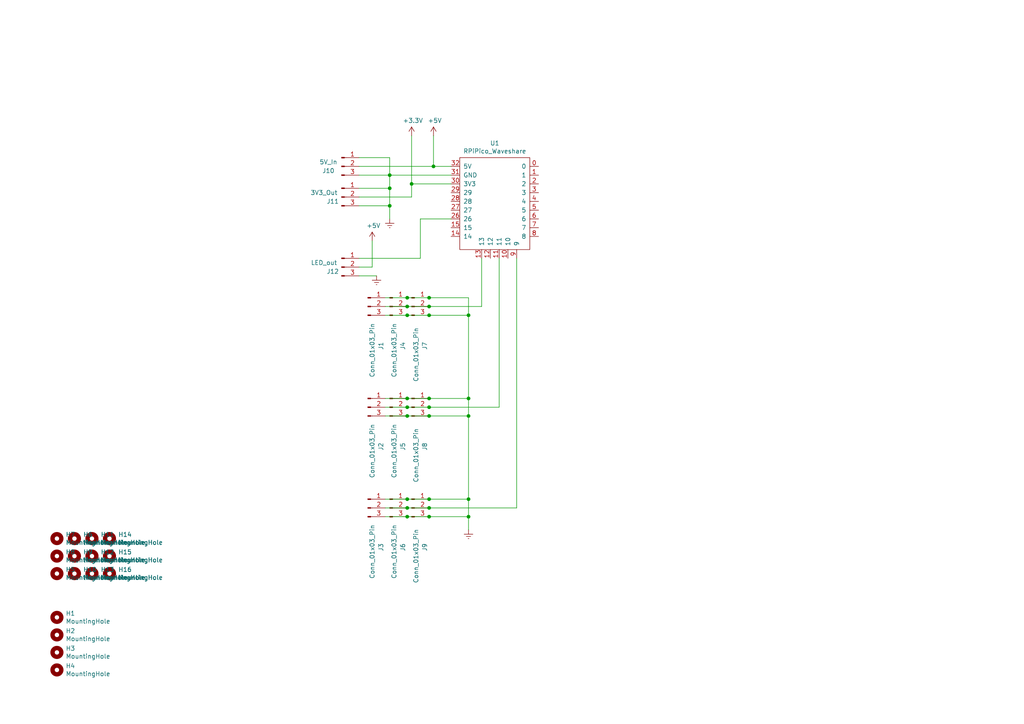
<source format=kicad_sch>
(kicad_sch (version 20230121) (generator eeschema)
  (paper "A4")
  (lib_symbols
    (symbol "Connector:Conn_01x03_Pin" (pin_names (offset 1.016) hide)
      (property "Reference" "J" (at 0 5.08 0))
      (property "Value" "Conn_01x03_Pin" (at 0 -5.08 0))
      (symbol "Conn_01x03_Pin_1_1"
        (polyline (pts (xy 1.27 -2.54) (xy 0.8636 -2.54)) (stroke (width 0.1524)))
        (polyline (pts (xy 1.27 0) (xy 0.8636 0)) (stroke (width 0.1524)))
        (polyline (pts (xy 1.27 2.54) (xy 0.8636 2.54)) (stroke (width 0.1524)))
        (rectangle (start 0.8636 -2.413) (end 0 -2.667) (stroke (width 0.1524)) (fill (type outline)))
        (rectangle (start 0.8636 0.127) (end 0 -0.127) (stroke (width 0.1524)) (fill (type outline)))
        (rectangle (start 0.8636 2.667) (end 0 2.413) (stroke (width 0.1524)) (fill (type outline)))
        (pin passive line (at 5.08 2.54 180) (length 3.81) (name "Pin_1") (number "1"))
        (pin passive line (at 5.08 0 180) (length 3.81) (name "Pin_2") (number "2"))
        (pin passive line (at 5.08 -2.54 180) (length 3.81) (name "Pin_3") (number "3"))
      )
    )
    (symbol "Mechanical:MountingHole" (pin_names (offset 1.016))
      (property "Reference" "H" (at 0 5.08 0))
      (property "Value" "MountingHole" (at 0 3.175 0))
      (symbol "MountingHole_0_1"
        (circle (center 0 0) (radius 1.27) (stroke (width 1.27)))
      )
    )
    (symbol "arduino:RPiPico_Waveshare" (pin_names (offset 1.016))
      (property "Reference" "U" (at 8.89 -17.78 0))
      (property "Value" "RPiPico_Waveshare" (at -1.27 13.97 0))
      (symbol "RPiPico_Waveshare_0_1"
        (rectangle (start -11.43 11.43) (end 8.89 -15.24))
      )
      (symbol "RPiPico_Waveshare_1_1"
        (pin input line (at 11.43 8.89 180) (length 2.54) (name "0") (number "0"))
        (pin input line (at 11.43 6.35 180) (length 2.54) (name "1") (number "1"))
        (pin input line (at 2.54 -17.78 90) (length 2.54) (name "10") (number "10"))
        (pin input line (at 0 -17.78 90) (length 2.54) (name "11") (number "11"))
        (pin input line (at -2.54 -17.78 90) (length 2.54) (name "12") (number "12"))
        (pin input line (at -5.08 -17.78 90) (length 2.54) (name "13") (number "13"))
        (pin input line (at -13.97 -11.43 0) (length 2.54) (name "14") (number "14"))
        (pin input line (at -13.97 -8.89 0) (length 2.54) (name "15") (number "15"))
        (pin input line (at 11.43 3.81 180) (length 2.54) (name "2") (number "2"))
        (pin input line (at -13.97 -6.35 0) (length 2.54) (name "26") (number "26"))
        (pin input line (at -13.97 -3.81 0) (length 2.54) (name "27") (number "27"))
        (pin input line (at -13.97 -1.27 0) (length 2.54) (name "28") (number "28"))
        (pin input line (at -13.97 1.27 0) (length 2.54) (name "29") (number "29"))
        (pin input line (at 11.43 1.27 180) (length 2.54) (name "3") (number "3"))
        (pin power_out line (at -13.97 3.81 0) (length 2.54) (name "3V3") (number "30"))
        (pin power_in line (at -13.97 6.35 0) (length 2.54) (name "GND") (number "31"))
        (pin power_in line (at -13.97 8.89 0) (length 2.54) (name "5V") (number "32"))
        (pin input line (at 11.43 -1.27 180) (length 2.54) (name "4") (number "4"))
        (pin input line (at 11.43 -3.81 180) (length 2.54) (name "5") (number "5"))
        (pin input line (at 11.43 -6.35 180) (length 2.54) (name "6") (number "6"))
        (pin input line (at 11.43 -8.89 180) (length 2.54) (name "7") (number "7"))
        (pin input line (at 11.43 -11.43 180) (length 2.54) (name "8") (number "8"))
        (pin input line (at 5.08 -17.78 90) (length 2.54) (name "9") (number "9"))
      )
    )
    (symbol "power:+3.3V" (power) (pin_names (offset 0))
      (property "Value" "+3.3V" (at 0 3.556 0))
      (symbol "+3.3V_0_1"
        (polyline (pts (xy -0.762 1.27) (xy 0 2.54)))
        (polyline (pts (xy 0 0) (xy 0 2.54)))
        (polyline (pts (xy 0 2.54) (xy 0.762 1.27)))
      )
      (symbol "+3.3V_1_1"
        (pin power_in line (at 0 0 90) (length 0) hide (name "+3.3V") (number "1"))
      )
    )
    (symbol "power:+5V" (power) (pin_names (offset 0))
      (property "Value" "+5V" (at 0 3.556 0))
      (symbol "+5V_0_1"
        (polyline (pts (xy -0.762 1.27) (xy 0 2.54)))
        (polyline (pts (xy 0 0) (xy 0 2.54)))
        (polyline (pts (xy 0 2.54) (xy 0.762 1.27)))
      )
      (symbol "+5V_1_1"
        (pin power_in line (at 0 0 90) (length 0) hide (name "+5V") (number "1"))
      )
    )
    (symbol "power:Earth" (power) (pin_names (offset 0))
      (symbol "Earth_0_1"
        (polyline (pts (xy -0.635 -1.905) (xy 0.635 -1.905)))
        (polyline (pts (xy -0.127 -2.54) (xy 0.127 -2.54)))
        (polyline (pts (xy 0 -1.27) (xy 0 0)))
        (polyline (pts (xy 1.27 -1.27) (xy -1.27 -1.27)))
      )
      (symbol "Earth_1_1"
        (pin power_in line (at 0 0 270) (length 0) hide (name "Earth") (number "1"))
      )
    )
  )
  (junction (at 124.46 86.36))
  (junction (at 118.11 147.32))
  (junction (at 119.38 53.34))
  (junction (at 113.03 59.69))
  (junction (at 135.89 120.65))
  (junction (at 124.46 144.78))
  (junction (at 118.11 86.36))
  (junction (at 135.89 115.57))
  (junction (at 118.11 118.11))
  (junction (at 124.46 88.9))
  (junction (at 135.89 144.78))
  (junction (at 125.73 48.26))
  (junction (at 135.89 91.44))
  (junction (at 124.46 149.86))
  (junction (at 124.46 120.65))
  (junction (at 118.11 149.86))
  (junction (at 118.11 88.9))
  (junction (at 124.46 115.57))
  (junction (at 118.11 115.57))
  (junction (at 124.46 118.11))
  (junction (at 113.03 50.8))
  (junction (at 118.11 91.44))
  (junction (at 118.11 120.65))
  (junction (at 124.46 147.32))
  (junction (at 113.03 54.61))
  (junction (at 124.46 91.44))
  (junction (at 118.11 144.78))
  (junction (at 135.89 149.86))
  (wire (pts (xy 135.89 86.36) (xy 135.89 91.44)))
  (wire (pts (xy 119.38 39.37) (xy 119.38 53.34)))
  (wire (pts (xy 135.89 120.65) (xy 135.89 144.78)))
  (wire (pts (xy 124.46 120.65) (xy 135.89 120.65)))
  (wire (pts (xy 111.76 86.36) (xy 118.11 86.36)))
  (wire (pts (xy 113.03 45.72) (xy 113.03 50.8)))
  (wire (pts (xy 107.95 69.85) (xy 107.95 77.47)))
  (wire (pts (xy 124.46 91.44) (xy 135.89 91.44)))
  (wire (pts (xy 139.7 74.93) (xy 139.7 88.9)))
  (wire (pts (xy 104.14 45.72) (xy 113.03 45.72)))
  (wire (pts (xy 111.76 115.57) (xy 118.11 115.57)))
  (wire (pts (xy 104.14 48.26) (xy 125.73 48.26)))
  (wire (pts (xy 121.92 63.5) (xy 121.92 74.93)))
  (wire (pts (xy 111.76 91.44) (xy 118.11 91.44)))
  (wire (pts (xy 124.46 149.86) (xy 135.89 149.86)))
  (wire (pts (xy 104.14 77.47) (xy 107.95 77.47)))
  (wire (pts (xy 118.11 86.36) (xy 124.46 86.36)))
  (wire (pts (xy 104.14 50.8) (xy 113.03 50.8)))
  (wire (pts (xy 125.73 39.37) (xy 125.73 48.26)))
  (wire (pts (xy 118.11 147.32) (xy 111.76 147.32)))
  (wire (pts (xy 113.03 50.8) (xy 113.03 54.61)))
  (wire (pts (xy 144.78 74.93) (xy 144.78 118.11)))
  (wire (pts (xy 113.03 54.61) (xy 113.03 59.69)))
  (wire (pts (xy 104.14 74.93) (xy 121.92 74.93)))
  (wire (pts (xy 118.11 88.9) (xy 111.76 88.9)))
  (wire (pts (xy 125.73 48.26) (xy 130.81 48.26)))
  (wire (pts (xy 135.89 144.78) (xy 135.89 149.86)))
  (wire (pts (xy 124.46 115.57) (xy 135.89 115.57)))
  (wire (pts (xy 104.14 54.61) (xy 113.03 54.61)))
  (wire (pts (xy 118.11 120.65) (xy 124.46 120.65)))
  (wire (pts (xy 124.46 88.9) (xy 118.11 88.9)))
  (wire (pts (xy 119.38 53.34) (xy 130.81 53.34)))
  (wire (pts (xy 135.89 115.57) (xy 135.89 120.65)))
  (wire (pts (xy 118.11 91.44) (xy 124.46 91.44)))
  (wire (pts (xy 124.46 86.36) (xy 135.89 86.36)))
  (wire (pts (xy 124.46 118.11) (xy 144.78 118.11)))
  (wire (pts (xy 111.76 120.65) (xy 118.11 120.65)))
  (wire (pts (xy 113.03 50.8) (xy 130.81 50.8)))
  (wire (pts (xy 104.14 59.69) (xy 113.03 59.69)))
  (wire (pts (xy 149.86 74.93) (xy 149.86 147.32)))
  (wire (pts (xy 118.11 115.57) (xy 124.46 115.57)))
  (wire (pts (xy 113.03 59.69) (xy 113.03 63.5)))
  (wire (pts (xy 111.76 144.78) (xy 118.11 144.78)))
  (wire (pts (xy 119.38 53.34) (xy 119.38 57.15)))
  (wire (pts (xy 135.89 91.44) (xy 135.89 115.57)))
  (wire (pts (xy 124.46 118.11) (xy 118.11 118.11)))
  (wire (pts (xy 124.46 147.32) (xy 118.11 147.32)))
  (wire (pts (xy 121.92 63.5) (xy 130.81 63.5)))
  (wire (pts (xy 124.46 144.78) (xy 135.89 144.78)))
  (wire (pts (xy 118.11 144.78) (xy 124.46 144.78)))
  (wire (pts (xy 118.11 118.11) (xy 111.76 118.11)))
  (wire (pts (xy 104.14 80.01) (xy 109.22 80.01)))
  (wire (pts (xy 119.38 57.15) (xy 104.14 57.15)))
  (wire (pts (xy 124.46 147.32) (xy 149.86 147.32)))
  (wire (pts (xy 111.76 149.86) (xy 118.11 149.86)))
  (wire (pts (xy 135.89 149.86) (xy 135.89 153.67)))
  (wire (pts (xy 118.11 149.86) (xy 124.46 149.86)))
  (wire (pts (xy 139.7 88.9) (xy 124.46 88.9)))
  (symbol (lib_id "arduino:RPiPico_Waveshare") (at 144.78 57.15 0) (unit 1)
    (property "Reference" "U1" (at 143.51 41.529 0))
    (property "Value" "RPiPico_Waveshare" (at 143.51 43.8404 0))
    (property "Footprint" "arduino:RPiPico_Waveshare" (effects hide))
    (property "Datasheet" "https://www.waveshare.com/rp2040-zero.htm" (effects hide))
  )
  (symbol (lib_id "Connector:Conn_01x03_Pin") (at 106.68 88.9 0) (unit 1)
    (property "Reference" "J1" (at 110.49 100.33 90))
    (property "Value" "Conn_01x03_Pin" (at 107.95 101.6 90))
    (property "Footprint" "Connector_PinHeader_2.54mm:PinHeader_1x03_P2.54mm_Vertical" (effects hide))
  )
  (symbol (lib_id "Connector:Conn_01x03_Pin") (at 113.03 88.9 0) (unit 1)
    (property "Reference" "J4" (at 116.84 100.33 90))
    (property "Value" "Conn_01x03_Pin" (at 114.3 101.6 90))
    (property "Footprint" "Connector_PinHeader_2.54mm:PinHeader_1x03_P2.54mm_Vertical" (effects hide))
  )
  (symbol (lib_id "Connector:Conn_01x03_Pin") (at 119.38 88.9 0) (unit 1)
    (property "Reference" "J7" (at 123.19 100.33 90))
    (property "Value" "Conn_01x03_Pin" (at 120.65 102.87 90))
    (property "Footprint" "Connector_PinHeader_2.54mm:PinHeader_1x03_P2.54mm_Vertical" (effects hide))
  )
  (symbol (lib_id "Connector:Conn_01x03_Pin") (at 106.68 118.11 0) (unit 1)
    (property "Reference" "J2" (at 110.49 129.54 90))
    (property "Value" "Conn_01x03_Pin" (at 107.95 130.81 90))
    (property "Footprint" "Connector_PinHeader_2.54mm:PinHeader_1x03_P2.54mm_Vertical" (effects hide))
  )
  (symbol (lib_id "Connector:Conn_01x03_Pin") (at 113.03 118.11 0) (unit 1)
    (property "Reference" "J5" (at 116.84 129.54 90))
    (property "Value" "Conn_01x03_Pin" (at 114.3 130.81 90))
    (property "Footprint" "Connector_PinHeader_2.54mm:PinHeader_1x03_P2.54mm_Vertical" (effects hide))
  )
  (symbol (lib_id "Connector:Conn_01x03_Pin") (at 119.38 118.11 0) (unit 1)
    (property "Reference" "J8" (at 123.19 129.54 90))
    (property "Value" "Conn_01x03_Pin" (at 120.65 132.08 90))
    (property "Footprint" "Connector_PinHeader_2.54mm:PinHeader_1x03_P2.54mm_Vertical" (effects hide))
  )
  (symbol (lib_id "Connector:Conn_01x03_Pin") (at 106.68 147.32 0) (unit 1)
    (property "Reference" "J3" (at 110.49 158.75 90))
    (property "Value" "Conn_01x03_Pin" (at 107.95 160.02 90))
    (property "Footprint" "Connector_PinHeader_2.54mm:PinHeader_1x03_P2.54mm_Vertical" (effects hide))
  )
  (symbol (lib_id "Connector:Conn_01x03_Pin") (at 113.03 147.32 0) (unit 1)
    (property "Reference" "J6" (at 116.84 158.75 90))
    (property "Value" "Conn_01x03_Pin" (at 114.3 160.02 90))
    (property "Footprint" "Connector_PinHeader_2.54mm:PinHeader_1x03_P2.54mm_Vertical" (effects hide))
  )
  (symbol (lib_id "Connector:Conn_01x03_Pin") (at 119.38 147.32 0) (unit 1)
    (property "Reference" "J9" (at 123.19 158.75 90))
    (property "Value" "Conn_01x03_Pin" (at 120.65 161.29 90))
    (property "Footprint" "Connector_PinHeader_2.54mm:PinHeader_1x03_P2.54mm_Vertical" (effects hide))
  )
  (symbol (lib_id "power:Earth") (at 135.89 153.67 0) (unit 1)
    (property "Reference" "#PWR0101" (effects hide))
    (property "Value" "Earth" (effects hide))
  )
  (symbol (lib_id "power:Earth") (at 113.03 63.5 0) (unit 1)
    (property "Reference" "#PWR0102" (effects hide))
    (property "Value" "Earth" (effects hide))
  )
  (symbol (lib_id "power:+3.3V") (at 119.38 39.37 0) (unit 1)
    (property "Reference" "#PWR0103" (effects hide))
    (property "Value" "+3.3V" (at 119.761 34.9758 0))
  )
  (symbol (lib_id "power:+5V") (at 125.73 39.37 0) (unit 1)
    (property "Reference" "#PWR0104" (effects hide))
    (property "Value" "+5V" (at 126.111 34.9758 0))
  )
  (symbol (lib_id "Connector:Conn_01x03_Pin") (at 99.06 48.26 0) (unit 1)
    (property "Reference" "J10" (at 95.25 49.53 0))
    (property "Value" "5V_In" (at 95.25 46.99 0))
    (property "Footprint" "Connector_PinHeader_2.54mm:PinHeader_1x03_P2.54mm_Vertical" (effects hide))
  )
  (symbol (lib_id "Connector:Conn_01x03_Pin") (at 99.06 57.15 0) (unit 1)
    (property "Reference" "J11" (at 96.52 58.42 0))
    (property "Value" "3V3_Out" (at 93.98 55.88 0))
    (property "Footprint" "Connector_PinHeader_2.54mm:PinHeader_1x03_P2.54mm_Vertical" (effects hide))
  )
  (symbol (lib_id "Mechanical:MountingHole") (at 16.51 189.23 0) (unit 1)
    (property "Reference" "H3" (at 19.05 188.0616 0) (effects (justify left)))
    (property "Value" "MountingHole" (at 19.05 190.373 0) (effects (justify left)))
    (property "Footprint" "MountingHole:MountingHole_3.2mm_M3" (effects hide))
  )
  (symbol (lib_id "Mechanical:MountingHole") (at 16.51 184.15 0) (unit 1)
    (property "Reference" "H2" (at 19.05 182.9816 0) (effects (justify left)))
    (property "Value" "MountingHole" (at 19.05 185.293 0) (effects (justify left)))
    (property "Footprint" "MountingHole:MountingHole_3.2mm_M3" (effects hide))
  )
  (symbol (lib_id "Mechanical:MountingHole") (at 16.51 179.07 0) (unit 1)
    (property "Reference" "H1" (at 19.05 177.9016 0) (effects (justify left)))
    (property "Value" "MountingHole" (at 19.05 180.213 0) (effects (justify left)))
    (property "Footprint" "MountingHole:MountingHole_3.2mm_M3" (effects hide))
  )
  (symbol (lib_id "Mechanical:MountingHole") (at 16.51 194.31 0) (unit 1)
    (property "Reference" "H4" (at 19.05 193.1416 0) (effects (justify left)))
    (property "Value" "MountingHole" (at 19.05 195.453 0) (effects (justify left)))
    (property "Footprint" "MountingHole:MountingHole_3.2mm_M3" (effects hide))
  )
  (symbol (lib_id "Mechanical:MountingHole") (at 16.51 166.37 0) (unit 1)
    (property "Reference" "H5" (at 19.05 165.2016 0) (effects (justify left)))
    (property "Value" "MountingHole" (at 19.05 167.513 0) (effects (justify left)))
    (property "Footprint" "other:OSHTab" (effects hide))
  )
  (symbol (lib_id "Mechanical:MountingHole") (at 16.51 161.29 0) (unit 1)
    (property "Reference" "H8" (at 19.05 160.1216 0) (effects (justify left)))
    (property "Value" "MountingHole" (at 19.05 162.433 0) (effects (justify left)))
    (property "Footprint" "other:OSHTab" (effects hide))
  )
  (symbol (lib_id "Mechanical:MountingHole") (at 16.51 156.21 0) (unit 1)
    (property "Reference" "H7" (at 19.05 155.0416 0) (effects (justify left)))
    (property "Value" "MountingHole" (at 19.05 157.353 0) (effects (justify left)))
    (property "Footprint" "other:OSHTab" (effects hide))
  )
  (symbol (lib_id "Mechanical:MountingHole") (at 21.59 156.21 0) (unit 1)
    (property "Reference" "H6" (at 24.13 155.0416 0) (effects (justify left)))
    (property "Value" "MountingHole" (at 24.13 157.353 0) (effects (justify left)))
    (property "Footprint" "other:OSHTab" (effects hide))
  )
  (symbol (lib_id "Mechanical:MountingHole") (at 21.59 161.29 0) (unit 1)
    (property "Reference" "H9" (at 24.13 160.1216 0) (effects (justify left)))
    (property "Value" "MountingHole" (at 24.13 162.433 0) (effects (justify left)))
    (property "Footprint" "other:OSHTab" (effects hide))
  )
  (symbol (lib_id "Mechanical:MountingHole") (at 21.59 166.37 0) (unit 1)
    (property "Reference" "H10" (at 24.13 165.2016 0) (effects (justify left)))
    (property "Value" "MountingHole" (at 24.13 167.513 0) (effects (justify left)))
    (property "Footprint" "other:OSHTab" (effects hide))
  )
  (symbol (lib_id "Mechanical:MountingHole") (at 26.67 156.21 0) (unit 1)
    (property "Reference" "H11" (at 29.21 155.0416 0) (effects (justify left)))
    (property "Value" "MountingHole" (at 29.21 157.353 0) (effects (justify left)))
    (property "Footprint" "other:OSHTab" (effects hide))
  )
  (symbol (lib_id "Mechanical:MountingHole") (at 26.67 161.29 0) (unit 1)
    (property "Reference" "H12" (at 29.21 160.1216 0) (effects (justify left)))
    (property "Value" "MountingHole" (at 29.21 162.433 0) (effects (justify left)))
    (property "Footprint" "other:OSHTab" (effects hide))
  )
  (symbol (lib_id "Mechanical:MountingHole") (at 26.67 166.37 0) (unit 1)
    (property "Reference" "H13" (at 29.21 165.2016 0) (effects (justify left)))
    (property "Value" "MountingHole" (at 29.21 167.513 0) (effects (justify left)))
    (property "Footprint" "other:OSHTab" (effects hide))
  )
  (symbol (lib_id "Mechanical:MountingHole") (at 31.75 156.21 0) (unit 1)
    (property "Reference" "H14" (at 34.29 155.0416 0) (effects (justify left)))
    (property "Value" "MountingHole" (at 34.29 157.353 0) (effects (justify left)))
    (property "Footprint" "other:OSHTab" (effects hide))
  )
  (symbol (lib_id "Mechanical:MountingHole") (at 31.75 161.29 0) (unit 1)
    (property "Reference" "H15" (at 34.29 160.1216 0) (effects (justify left)))
    (property "Value" "MountingHole" (at 34.29 162.433 0) (effects (justify left)))
    (property "Footprint" "other:OSHTab" (effects hide))
  )
  (symbol (lib_id "Mechanical:MountingHole") (at 31.75 166.37 0) (unit 1)
    (property "Reference" "H16" (at 34.29 165.2016 0) (effects (justify left)))
    (property "Value" "MountingHole" (at 34.29 167.513 0) (effects (justify left)))
    (property "Footprint" "other:OSHTab" (effects hide))
  )
  (symbol (lib_id "Connector:Conn_01x03_Pin") (at 99.06 77.47 0) (unit 1)
    (property "Reference" "J12" (at 96.52 78.74 0))
    (property "Value" "LED_out" (at 93.98 76.2 0))
    (property "Footprint" "Connector_PinHeader_2.54mm:PinHeader_1x03_P2.54mm_Vertical" (effects hide))
  )
  (symbol (lib_id "power:+5V") (at 107.95 69.85 0) (unit 1)
    (property "Reference" "#PWR01" (effects hide))
    (property "Value" "+5V" (at 108.331 65.4558 0))
  )
  (symbol (lib_id "power:Earth") (at 109.22 80.01 0) (unit 1)
    (property "Reference" "#PWR02" (effects hide))
    (property "Value" "Earth" (effects hide))
  )
)
</source>
